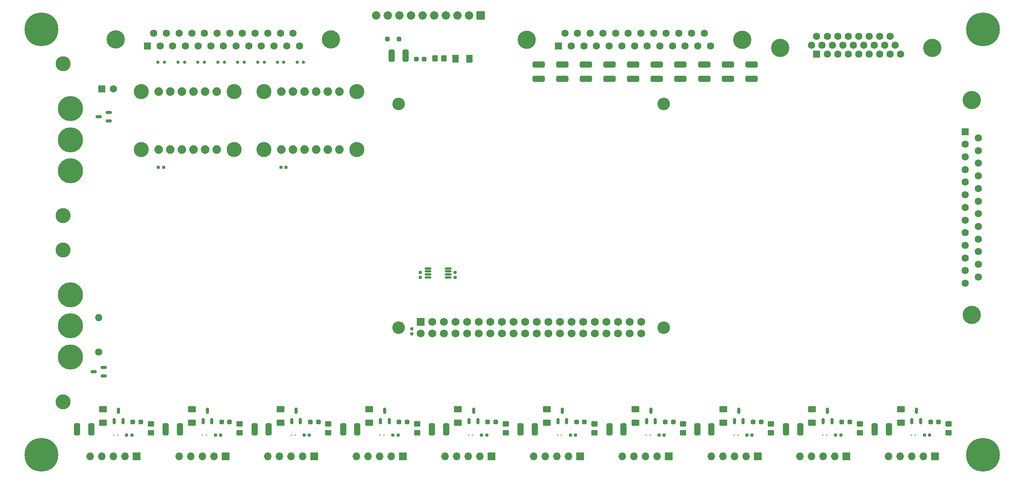
<source format=gbr>
%TF.GenerationSoftware,KiCad,Pcbnew,8.0.7*%
%TF.CreationDate,2025-03-17T18:41:30-07:00*%
%TF.ProjectId,launchController_noTemp,6c61756e-6368-4436-9f6e-74726f6c6c65,rev?*%
%TF.SameCoordinates,Original*%
%TF.FileFunction,Soldermask,Top*%
%TF.FilePolarity,Negative*%
%FSLAX46Y46*%
G04 Gerber Fmt 4.6, Leading zero omitted, Abs format (unit mm)*
G04 Created by KiCad (PCBNEW 8.0.7) date 2025-03-17 18:41:30*
%MOMM*%
%LPD*%
G01*
G04 APERTURE LIST*
G04 Aperture macros list*
%AMRoundRect*
0 Rectangle with rounded corners*
0 $1 Rounding radius*
0 $2 $3 $4 $5 $6 $7 $8 $9 X,Y pos of 4 corners*
0 Add a 4 corners polygon primitive as box body*
4,1,4,$2,$3,$4,$5,$6,$7,$8,$9,$2,$3,0*
0 Add four circle primitives for the rounded corners*
1,1,$1+$1,$2,$3*
1,1,$1+$1,$4,$5*
1,1,$1+$1,$6,$7*
1,1,$1+$1,$8,$9*
0 Add four rect primitives between the rounded corners*
20,1,$1+$1,$2,$3,$4,$5,0*
20,1,$1+$1,$4,$5,$6,$7,0*
20,1,$1+$1,$6,$7,$8,$9,0*
20,1,$1+$1,$8,$9,$2,$3,0*%
G04 Aperture macros list end*
%ADD10RoundRect,0.150000X0.150000X-0.512500X0.150000X0.512500X-0.150000X0.512500X-0.150000X-0.512500X0*%
%ADD11RoundRect,0.250000X-0.450000X0.350000X-0.450000X-0.350000X0.450000X-0.350000X0.450000X0.350000X0*%
%ADD12RoundRect,0.155000X-0.212500X-0.155000X0.212500X-0.155000X0.212500X0.155000X-0.212500X0.155000X0*%
%ADD13RoundRect,0.250001X0.462499X0.624999X-0.462499X0.624999X-0.462499X-0.624999X0.462499X-0.624999X0*%
%ADD14R,1.700000X1.700000*%
%ADD15O,1.700000X1.700000*%
%ADD16RoundRect,0.250000X-0.350000X-0.450000X0.350000X-0.450000X0.350000X0.450000X-0.350000X0.450000X0*%
%ADD17RoundRect,0.250000X-0.400000X-1.075000X0.400000X-1.075000X0.400000X1.075000X-0.400000X1.075000X0*%
%ADD18RoundRect,0.062500X-0.117500X-0.062500X0.117500X-0.062500X0.117500X0.062500X-0.117500X0.062500X0*%
%ADD19RoundRect,0.237500X-0.287500X-0.237500X0.287500X-0.237500X0.287500X0.237500X-0.287500X0.237500X0*%
%ADD20C,3.300000*%
%ADD21C,5.500000*%
%ADD22RoundRect,0.150000X0.150000X0.200000X-0.150000X0.200000X-0.150000X-0.200000X0.150000X-0.200000X0*%
%ADD23C,1.600000*%
%ADD24O,1.600000X1.600000*%
%ADD25RoundRect,0.250000X1.075000X-0.400000X1.075000X0.400000X-1.075000X0.400000X-1.075000X-0.400000X0*%
%ADD26RoundRect,0.150000X0.512500X0.150000X-0.512500X0.150000X-0.512500X-0.150000X0.512500X-0.150000X0*%
%ADD27RoundRect,0.250001X-0.624999X0.462499X-0.624999X-0.462499X0.624999X-0.462499X0.624999X0.462499X0*%
%ADD28RoundRect,0.155000X0.155000X-0.212500X0.155000X0.212500X-0.155000X0.212500X-0.155000X-0.212500X0*%
%ADD29RoundRect,0.150000X-0.150000X-0.200000X0.150000X-0.200000X0.150000X0.200000X-0.150000X0.200000X0*%
%ADD30C,7.400000*%
%ADD31RoundRect,0.155000X-0.155000X0.212500X-0.155000X-0.212500X0.155000X-0.212500X0.155000X0.212500X0*%
%ADD32C,4.000000*%
%ADD33R,1.600000X1.600000*%
%ADD34RoundRect,0.102000X0.817500X0.817500X-0.817500X0.817500X-0.817500X-0.817500X0.817500X-0.817500X0*%
%ADD35C,1.839000*%
%ADD36RoundRect,0.250000X-0.250000X-0.250000X0.250000X-0.250000X0.250000X0.250000X-0.250000X0.250000X0*%
%ADD37C,1.879600*%
%ADD38C,3.301600*%
%ADD39RoundRect,0.112500X-0.612500X-0.112500X0.612500X-0.112500X0.612500X0.112500X-0.612500X0.112500X0*%
%ADD40RoundRect,0.237500X0.287500X0.237500X-0.287500X0.237500X-0.287500X-0.237500X0.287500X-0.237500X0*%
%ADD41C,2.750000*%
%ADD42R,1.750000X1.750000*%
%ADD43C,1.750000*%
G04 APERTURE END LIST*
D10*
%TO.C,Q9*%
X274057512Y-174787500D03*
X275957512Y-174787500D03*
X275007512Y-172512500D03*
%TD*%
D11*
%TO.C,R11*%
X282061964Y-175350000D03*
X282061964Y-177350000D03*
%TD*%
D12*
%TO.C,C13*%
X155405000Y-119160000D03*
X156540000Y-119160000D03*
%TD*%
D13*
%TO.C,D1*%
X196617500Y-95400000D03*
X193642500Y-95400000D03*
%TD*%
D14*
%TO.C,J2*%
X143281753Y-182500000D03*
D15*
X140741753Y-182500000D03*
X138201753Y-182500000D03*
X135661753Y-182500000D03*
X133121753Y-182500000D03*
%TD*%
D16*
%TO.C,R1*%
X189080000Y-95270000D03*
X191080000Y-95270000D03*
%TD*%
D10*
%TO.C,Q3*%
X157776006Y-174787500D03*
X159676006Y-174787500D03*
X158726006Y-172512500D03*
%TD*%
D17*
%TO.C,R15*%
X149630458Y-176550000D03*
X152730458Y-176550000D03*
%TD*%
D18*
%TO.C,D25*%
X158526006Y-177850000D03*
X157686006Y-177850000D03*
%TD*%
D14*
%TO.C,J8*%
X259692271Y-182500000D03*
D15*
X257152271Y-182500000D03*
X254612271Y-182500000D03*
X252072271Y-182500000D03*
X249532271Y-182500000D03*
%TD*%
D19*
%TO.C,D12*%
X297544509Y-174950000D03*
X299294509Y-174950000D03*
%TD*%
D20*
%TO.C,POWER1*%
X107740000Y-96460000D03*
X107715000Y-129760000D03*
D21*
X109365000Y-106260000D03*
X109365000Y-113110000D03*
X109365000Y-119960000D03*
%TD*%
D22*
%TO.C,D37*%
X141627858Y-96160000D03*
X143027858Y-96160000D03*
%TD*%
D23*
%TO.C,C15*%
X115540000Y-159610000D03*
D24*
X115540000Y-152110000D03*
%TD*%
D25*
%TO.C,R29*%
X227339998Y-99760000D03*
X227339998Y-96660000D03*
%TD*%
D26*
%TO.C,J15*%
X117777500Y-109010000D03*
X117777500Y-107110000D03*
X115502500Y-108060000D03*
%TD*%
D19*
%TO.C,D6*%
X181263003Y-174950000D03*
X183013003Y-174950000D03*
%TD*%
D27*
%TO.C,D14*%
X135914009Y-172162500D03*
X135914009Y-175137500D03*
%TD*%
D18*
%TO.C,D27*%
X197350000Y-177850000D03*
X196510000Y-177850000D03*
%TD*%
D25*
%TO.C,R28*%
X232506664Y-99760000D03*
X232506664Y-96660000D03*
%TD*%
D18*
%TO.C,D32*%
X294219509Y-177850000D03*
X293379509Y-177850000D03*
%TD*%
D17*
%TO.C,R18*%
X207866449Y-176550000D03*
X210966449Y-176550000D03*
%TD*%
D28*
%TO.C,C14*%
X184040000Y-155660000D03*
X184040000Y-154525000D03*
%TD*%
D29*
%TO.C,D34*%
X156054284Y-96160000D03*
X154654284Y-96160000D03*
%TD*%
D12*
%TO.C,C9*%
X257360515Y-177850000D03*
X258495515Y-177850000D03*
%TD*%
D17*
%TO.C,R22*%
X285323961Y-176550000D03*
X288423961Y-176550000D03*
%TD*%
D11*
%TO.C,R3*%
X126956464Y-175350000D03*
X126956464Y-177350000D03*
%TD*%
D27*
%TO.C,D21*%
X271607512Y-172162500D03*
X271607512Y-175137500D03*
%TD*%
D12*
%TO.C,C8*%
X238138994Y-177850000D03*
X239273994Y-177850000D03*
%TD*%
D14*
%TO.C,J6*%
X220888765Y-182500000D03*
D15*
X218348765Y-182500000D03*
X215808765Y-182500000D03*
X213268765Y-182500000D03*
X210728765Y-182500000D03*
%TD*%
D17*
%TO.C,R17*%
X188454452Y-176550000D03*
X191554452Y-176550000D03*
%TD*%
D19*
%TO.C,D11*%
X278132512Y-174950000D03*
X279882512Y-174950000D03*
%TD*%
D29*
%TO.C,D40*%
X129911432Y-96160000D03*
X128511432Y-96160000D03*
%TD*%
D30*
%TO.C,H1*%
X308990000Y-88910000D03*
%TD*%
D17*
%TO.C,R19*%
X227278446Y-176550000D03*
X230378446Y-176550000D03*
%TD*%
D20*
%TO.C,RELAY_ARM1*%
X107740000Y-137260000D03*
X107715000Y-170560000D03*
D21*
X109365000Y-147060000D03*
X109365000Y-153910000D03*
X109365000Y-160760000D03*
%TD*%
D31*
%TO.C,C17*%
X185928000Y-142180500D03*
X185928000Y-143315500D03*
%TD*%
D10*
%TO.C,Q4*%
X177188003Y-174787500D03*
X179088003Y-174787500D03*
X178138003Y-172512500D03*
%TD*%
%TO.C,Q8*%
X254645515Y-174787500D03*
X256545515Y-174787500D03*
X255595515Y-172512500D03*
%TD*%
D27*
%TO.C,D20*%
X252195515Y-172162500D03*
X252195515Y-175137500D03*
%TD*%
D18*
%TO.C,D29*%
X236173994Y-177850000D03*
X235333994Y-177850000D03*
%TD*%
D10*
%TO.C,Q6*%
X216011997Y-174787500D03*
X217911997Y-174787500D03*
X216961997Y-172512500D03*
%TD*%
D32*
%TO.C,J13*%
X297915000Y-92960000D03*
X264615000Y-92960000D03*
D33*
X272640000Y-94380000D03*
D23*
X274930000Y-94380000D03*
X277220000Y-94380000D03*
X279510000Y-94380000D03*
X281800000Y-94380000D03*
X284090000Y-94380000D03*
X286380000Y-94380000D03*
X288670000Y-94380000D03*
X290960000Y-94380000D03*
X271495000Y-92400000D03*
X273785000Y-92400000D03*
X276075000Y-92400000D03*
X278365000Y-92400000D03*
X280655000Y-92400000D03*
X282945000Y-92400000D03*
X285235000Y-92400000D03*
X287525000Y-92400000D03*
X289815000Y-92400000D03*
X272640000Y-90420000D03*
X274930000Y-90420000D03*
X277220000Y-90420000D03*
X279510000Y-90420000D03*
X281800000Y-90420000D03*
X284090000Y-90420000D03*
X286380000Y-90420000D03*
X288670000Y-90420000D03*
%TD*%
D31*
%TO.C,C16*%
X193548000Y-142180500D03*
X193548000Y-143315500D03*
%TD*%
D18*
%TO.C,D23*%
X119702012Y-177850000D03*
X118862012Y-177850000D03*
%TD*%
D14*
%TO.C,J5*%
X201487012Y-182500000D03*
D15*
X198947012Y-182500000D03*
X196407012Y-182500000D03*
X193867012Y-182500000D03*
X191327012Y-182500000D03*
%TD*%
D12*
%TO.C,C10*%
X276772512Y-177850000D03*
X277907512Y-177850000D03*
%TD*%
D10*
%TO.C,Q1*%
X118952012Y-174787500D03*
X120852012Y-174787500D03*
X119902012Y-172512500D03*
%TD*%
D32*
%TO.C,J17*%
X166385000Y-91170331D03*
X119285000Y-91170331D03*
D33*
X126215000Y-92590331D03*
D23*
X128985000Y-92590331D03*
X131755000Y-92590331D03*
X134525000Y-92590331D03*
X137295000Y-92590331D03*
X140065000Y-92590331D03*
X142835000Y-92590331D03*
X145605000Y-92590331D03*
X148375000Y-92590331D03*
X151145000Y-92590331D03*
X153915000Y-92590331D03*
X156685000Y-92590331D03*
X159455000Y-92590331D03*
X127600000Y-89750331D03*
X130370000Y-89750331D03*
X133140000Y-89750331D03*
X135910000Y-89750331D03*
X138680000Y-89750331D03*
X141450000Y-89750331D03*
X144220000Y-89750331D03*
X146990000Y-89750331D03*
X149760000Y-89750331D03*
X152530000Y-89750331D03*
X155300000Y-89750331D03*
X158070000Y-89750331D03*
%TD*%
D29*
%TO.C,D36*%
X147340000Y-96160000D03*
X145940000Y-96160000D03*
%TD*%
D17*
%TO.C,R13*%
X110806464Y-176550000D03*
X113906464Y-176550000D03*
%TD*%
D34*
%TO.C,J12*%
X199110000Y-85920000D03*
D35*
X196570000Y-85920000D03*
X194030000Y-85920000D03*
X191490000Y-85920000D03*
X188950000Y-85920000D03*
X186410000Y-85920000D03*
X183870000Y-85920000D03*
X181330000Y-85920000D03*
X178790000Y-85920000D03*
X176250000Y-85920000D03*
%TD*%
D36*
%TO.C,D41*%
X178730000Y-91030000D03*
X181230000Y-91030000D03*
%TD*%
D11*
%TO.C,R9*%
X243428446Y-175350000D03*
X243428446Y-177350000D03*
%TD*%
D33*
%TO.C,C1*%
X116257621Y-101960000D03*
D23*
X118757621Y-101960000D03*
%TD*%
D27*
%TO.C,D15*%
X155326006Y-172162500D03*
X155326006Y-175137500D03*
%TD*%
D17*
%TO.C,R2*%
X179610000Y-94690000D03*
X182710000Y-94690000D03*
%TD*%
D37*
%TO.C,U2*%
X128693000Y-115247000D03*
X131233000Y-115247000D03*
X133773000Y-115247000D03*
X136313000Y-115247000D03*
X138853000Y-115247000D03*
X141393000Y-115247000D03*
X128693000Y-102547000D03*
X131233000Y-102547000D03*
X133773000Y-102547000D03*
X136313000Y-102547000D03*
X138853000Y-102547000D03*
X141393000Y-102547000D03*
D38*
X124883000Y-102547000D03*
X124883000Y-115247000D03*
X145203000Y-102547000D03*
X145203000Y-115247000D03*
%TD*%
D27*
%TO.C,D19*%
X232973994Y-172162500D03*
X232973994Y-175137500D03*
%TD*%
D25*
%TO.C,R26*%
X242839996Y-99760000D03*
X242839996Y-96660000D03*
%TD*%
D11*
%TO.C,R7*%
X204604452Y-175350000D03*
X204604452Y-177350000D03*
%TD*%
D19*
%TO.C,D3*%
X123027012Y-174950000D03*
X124777012Y-174950000D03*
%TD*%
D30*
%TO.C,H4*%
X102990000Y-182110000D03*
%TD*%
%TO.C,H3*%
X102990000Y-88910000D03*
%TD*%
D18*
%TO.C,D24*%
X139114009Y-177850000D03*
X138274009Y-177850000D03*
%TD*%
D14*
%TO.C,J9*%
X279094024Y-182500000D03*
D15*
X276554024Y-182500000D03*
X274014024Y-182500000D03*
X271474024Y-182500000D03*
X268934024Y-182500000D03*
%TD*%
D32*
%TO.C,J16*%
X256325000Y-91180000D03*
X209225000Y-91180000D03*
D33*
X216155000Y-92600000D03*
D23*
X218925000Y-92600000D03*
X221695000Y-92600000D03*
X224465000Y-92600000D03*
X227235000Y-92600000D03*
X230005000Y-92600000D03*
X232775000Y-92600000D03*
X235545000Y-92600000D03*
X238315000Y-92600000D03*
X241085000Y-92600000D03*
X243855000Y-92600000D03*
X246625000Y-92600000D03*
X249395000Y-92600000D03*
X217540000Y-89760000D03*
X220310000Y-89760000D03*
X223080000Y-89760000D03*
X225850000Y-89760000D03*
X228620000Y-89760000D03*
X231390000Y-89760000D03*
X234160000Y-89760000D03*
X236930000Y-89760000D03*
X239700000Y-89760000D03*
X242470000Y-89760000D03*
X245240000Y-89760000D03*
X248010000Y-89760000D03*
%TD*%
D22*
%TO.C,D33*%
X158940000Y-96160000D03*
X160340000Y-96160000D03*
%TD*%
D12*
%TO.C,C6*%
X199315000Y-177850000D03*
X200450000Y-177850000D03*
%TD*%
D19*
%TO.C,D7*%
X200675000Y-174950000D03*
X202425000Y-174950000D03*
%TD*%
D17*
%TO.C,R20*%
X246499967Y-176550000D03*
X249599967Y-176550000D03*
%TD*%
D37*
%TO.C,U1*%
X155540000Y-115260000D03*
X158080000Y-115260000D03*
X160620000Y-115260000D03*
X163160000Y-115260000D03*
X165700000Y-115260000D03*
X168240000Y-115260000D03*
X155540000Y-102560000D03*
X158080000Y-102560000D03*
X160620000Y-102560000D03*
X163160000Y-102560000D03*
X165700000Y-102560000D03*
X168240000Y-102560000D03*
D38*
X151730000Y-102560000D03*
X151730000Y-115260000D03*
X172050000Y-102560000D03*
X172050000Y-115260000D03*
%TD*%
D17*
%TO.C,R14*%
X130218461Y-176550000D03*
X133318461Y-176550000D03*
%TD*%
D19*
%TO.C,D9*%
X239498994Y-174950000D03*
X241248994Y-174950000D03*
%TD*%
D14*
%TO.C,J1*%
X123880000Y-182500000D03*
D15*
X121340000Y-182500000D03*
X118800000Y-182500000D03*
X116260000Y-182500000D03*
X113720000Y-182500000D03*
%TD*%
D14*
%TO.C,J10*%
X298495777Y-182500000D03*
D15*
X295955777Y-182500000D03*
X293415777Y-182500000D03*
X290875777Y-182500000D03*
X288335777Y-182500000D03*
%TD*%
D19*
%TO.C,D10*%
X258720515Y-174950000D03*
X260470515Y-174950000D03*
%TD*%
D10*
%TO.C,Q7*%
X235423994Y-174787500D03*
X237323994Y-174787500D03*
X236373994Y-172512500D03*
%TD*%
D19*
%TO.C,D4*%
X142439009Y-174950000D03*
X144189009Y-174950000D03*
%TD*%
D25*
%TO.C,R23*%
X258340000Y-99760000D03*
X258340000Y-96660000D03*
%TD*%
%TO.C,R30*%
X222173332Y-99760000D03*
X222173332Y-96660000D03*
%TD*%
%TO.C,R31*%
X217006666Y-99760000D03*
X217006666Y-96660000D03*
%TD*%
D12*
%TO.C,C2*%
X121667012Y-177850000D03*
X122802012Y-177850000D03*
%TD*%
D18*
%TO.C,D28*%
X216761997Y-177850000D03*
X215921997Y-177850000D03*
%TD*%
D39*
%TO.C,U3*%
X187624000Y-141306000D03*
X187624000Y-141956000D03*
X187624000Y-142606000D03*
X187624000Y-143256000D03*
X192024000Y-143256000D03*
X192024000Y-142606000D03*
X192024000Y-141956000D03*
X192024000Y-141306000D03*
%TD*%
D12*
%TO.C,C3*%
X141079009Y-177850000D03*
X142214009Y-177850000D03*
%TD*%
D27*
%TO.C,D13*%
X116502012Y-172162500D03*
X116502012Y-175137500D03*
%TD*%
%TO.C,D18*%
X213561997Y-172162500D03*
X213561997Y-175137500D03*
%TD*%
%TO.C,D22*%
X291019509Y-172162500D03*
X291019509Y-175137500D03*
%TD*%
%TO.C,D17*%
X194150000Y-172162500D03*
X194150000Y-175137500D03*
%TD*%
D12*
%TO.C,C4*%
X160491006Y-177850000D03*
X161626006Y-177850000D03*
%TD*%
D30*
%TO.C,H2*%
X308990000Y-182110000D03*
%TD*%
D17*
%TO.C,R21*%
X265911964Y-176550000D03*
X269011964Y-176550000D03*
%TD*%
D32*
%TO.C,J14*%
X306529669Y-151505000D03*
X306529669Y-104405000D03*
D33*
X305109669Y-111335000D03*
D23*
X305109669Y-114105000D03*
X305109669Y-116875000D03*
X305109669Y-119645000D03*
X305109669Y-122415000D03*
X305109669Y-125185000D03*
X305109669Y-127955000D03*
X305109669Y-130725000D03*
X305109669Y-133495000D03*
X305109669Y-136265000D03*
X305109669Y-139035000D03*
X305109669Y-141805000D03*
X305109669Y-144575000D03*
X307949669Y-112720000D03*
X307949669Y-115490000D03*
X307949669Y-118260000D03*
X307949669Y-121030000D03*
X307949669Y-123800000D03*
X307949669Y-126570000D03*
X307949669Y-129340000D03*
X307949669Y-132110000D03*
X307949669Y-134880000D03*
X307949669Y-137650000D03*
X307949669Y-140420000D03*
X307949669Y-143190000D03*
%TD*%
D29*
%TO.C,D38*%
X138625716Y-96160000D03*
X137225716Y-96160000D03*
%TD*%
D22*
%TO.C,D39*%
X132913574Y-96160000D03*
X134313574Y-96160000D03*
%TD*%
D25*
%TO.C,R32*%
X211840000Y-99760000D03*
X211840000Y-96660000D03*
%TD*%
D11*
%TO.C,R8*%
X224016449Y-175350000D03*
X224016449Y-177350000D03*
%TD*%
D18*
%TO.C,D31*%
X274807512Y-177850000D03*
X273967512Y-177850000D03*
%TD*%
D11*
%TO.C,R4*%
X146368461Y-175350000D03*
X146368461Y-177350000D03*
%TD*%
D12*
%TO.C,C7*%
X218726997Y-177850000D03*
X219861997Y-177850000D03*
%TD*%
D19*
%TO.C,D5*%
X161851006Y-174950000D03*
X163601006Y-174950000D03*
%TD*%
D11*
%TO.C,R10*%
X262649967Y-175350000D03*
X262649967Y-177350000D03*
%TD*%
D27*
%TO.C,D16*%
X174738003Y-172162500D03*
X174738003Y-175137500D03*
%TD*%
D18*
%TO.C,D30*%
X255395515Y-177850000D03*
X254555515Y-177850000D03*
%TD*%
D12*
%TO.C,C12*%
X128605000Y-119160000D03*
X129740000Y-119160000D03*
%TD*%
D18*
%TO.C,D26*%
X177938003Y-177850000D03*
X177098003Y-177850000D03*
%TD*%
D14*
%TO.C,J4*%
X182085259Y-182500000D03*
D15*
X179545259Y-182500000D03*
X177005259Y-182500000D03*
X174465259Y-182500000D03*
X171925259Y-182500000D03*
%TD*%
D12*
%TO.C,C11*%
X296184509Y-177850000D03*
X297319509Y-177850000D03*
%TD*%
D40*
%TO.C,D2*%
X186780000Y-95450000D03*
X185030000Y-95450000D03*
%TD*%
D22*
%TO.C,D35*%
X150342142Y-96160000D03*
X151742142Y-96160000D03*
%TD*%
D12*
%TO.C,C5*%
X179903003Y-177850000D03*
X181038003Y-177850000D03*
%TD*%
D14*
%TO.C,J7*%
X240290518Y-182500000D03*
D15*
X237750518Y-182500000D03*
X235210518Y-182500000D03*
X232670518Y-182500000D03*
X230130518Y-182500000D03*
%TD*%
D11*
%TO.C,R6*%
X185192455Y-175350000D03*
X185192455Y-177350000D03*
%TD*%
D10*
%TO.C,Q5*%
X196600000Y-174787500D03*
X198500000Y-174787500D03*
X197550000Y-172512500D03*
%TD*%
%TO.C,Q2*%
X138364009Y-174787500D03*
X140264009Y-174787500D03*
X139314009Y-172512500D03*
%TD*%
D41*
%TO.C,J11*%
X239140000Y-154260000D03*
X239140000Y-105260000D03*
X181140000Y-154260000D03*
X181140000Y-105260000D03*
D42*
X186010000Y-152990000D03*
D43*
X186010000Y-155530000D03*
X188550000Y-152990000D03*
X188550000Y-155530000D03*
X191090000Y-152990000D03*
X191090000Y-155530000D03*
X193630000Y-152990000D03*
X193630000Y-155530000D03*
X196170000Y-152990000D03*
X196170000Y-155530000D03*
X198710000Y-152990000D03*
X198710000Y-155530000D03*
X201250000Y-152990000D03*
X201250000Y-155530000D03*
X203790000Y-152990000D03*
X203790000Y-155530000D03*
X206330000Y-152990000D03*
X206330000Y-155530000D03*
X208870000Y-152990000D03*
X208870000Y-155530000D03*
X211410000Y-152990000D03*
X211410000Y-155530000D03*
X213950000Y-152990000D03*
X213950000Y-155530000D03*
X216490000Y-152990000D03*
X216490000Y-155530000D03*
X219030000Y-152990000D03*
X219030000Y-155530000D03*
X221570000Y-152990000D03*
X221570000Y-155530000D03*
X224110000Y-152990000D03*
X224110000Y-155530000D03*
X226650000Y-152990000D03*
X226650000Y-155530000D03*
X229190000Y-152990000D03*
X229190000Y-155530000D03*
X231730000Y-152990000D03*
X231730000Y-155530000D03*
X234270000Y-152990000D03*
X234270000Y-155530000D03*
%TD*%
D19*
%TO.C,D8*%
X220086997Y-174950000D03*
X221836997Y-174950000D03*
%TD*%
D11*
%TO.C,R12*%
X301473961Y-175350000D03*
X301473961Y-177350000D03*
%TD*%
D25*
%TO.C,R25*%
X248006662Y-99760000D03*
X248006662Y-96660000D03*
%TD*%
D14*
%TO.C,J3*%
X162683506Y-182500000D03*
D15*
X160143506Y-182500000D03*
X157603506Y-182500000D03*
X155063506Y-182500000D03*
X152523506Y-182500000D03*
%TD*%
D25*
%TO.C,R24*%
X253173328Y-99760000D03*
X253173328Y-96660000D03*
%TD*%
D11*
%TO.C,R5*%
X165780458Y-175350000D03*
X165780458Y-177350000D03*
%TD*%
D25*
%TO.C,R27*%
X237673330Y-99760000D03*
X237673330Y-96660000D03*
%TD*%
D17*
%TO.C,R16*%
X169042455Y-176550000D03*
X172142455Y-176550000D03*
%TD*%
D26*
%TO.C,J18*%
X116677500Y-164910000D03*
X116677500Y-163010000D03*
X114402500Y-163960000D03*
%TD*%
D10*
%TO.C,Q10*%
X293469509Y-174787500D03*
X295369509Y-174787500D03*
X294419509Y-172512500D03*
%TD*%
M02*

</source>
